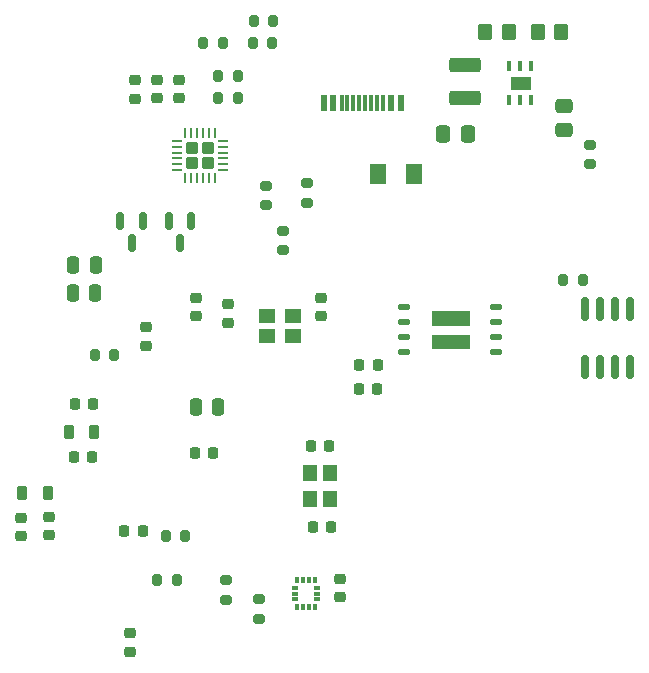
<source format=gbr>
%TF.GenerationSoftware,KiCad,Pcbnew,7.0.1*%
%TF.CreationDate,2023-04-07T20:32:22+02:00*%
%TF.ProjectId,ESP32 S3 MCU Socket,45535033-3220-4533-9320-4d435520536f,rev?*%
%TF.SameCoordinates,Original*%
%TF.FileFunction,Paste,Top*%
%TF.FilePolarity,Positive*%
%FSLAX46Y46*%
G04 Gerber Fmt 4.6, Leading zero omitted, Abs format (unit mm)*
G04 Created by KiCad (PCBNEW 7.0.1) date 2023-04-07 20:32:22*
%MOMM*%
%LPD*%
G01*
G04 APERTURE LIST*
G04 Aperture macros list*
%AMRoundRect*
0 Rectangle with rounded corners*
0 $1 Rounding radius*
0 $2 $3 $4 $5 $6 $7 $8 $9 X,Y pos of 4 corners*
0 Add a 4 corners polygon primitive as box body*
4,1,4,$2,$3,$4,$5,$6,$7,$8,$9,$2,$3,0*
0 Add four circle primitives for the rounded corners*
1,1,$1+$1,$2,$3*
1,1,$1+$1,$4,$5*
1,1,$1+$1,$6,$7*
1,1,$1+$1,$8,$9*
0 Add four rect primitives between the rounded corners*
20,1,$1+$1,$2,$3,$4,$5,0*
20,1,$1+$1,$4,$5,$6,$7,0*
20,1,$1+$1,$6,$7,$8,$9,0*
20,1,$1+$1,$8,$9,$2,$3,0*%
G04 Aperture macros list end*
%ADD10C,0.010000*%
%ADD11RoundRect,0.200000X-0.275000X0.200000X-0.275000X-0.200000X0.275000X-0.200000X0.275000X0.200000X0*%
%ADD12RoundRect,0.200000X-0.200000X-0.275000X0.200000X-0.275000X0.200000X0.275000X-0.200000X0.275000X0*%
%ADD13RoundRect,0.200000X0.200000X0.275000X-0.200000X0.275000X-0.200000X-0.275000X0.200000X-0.275000X0*%
%ADD14RoundRect,0.225000X0.250000X-0.225000X0.250000X0.225000X-0.250000X0.225000X-0.250000X-0.225000X0*%
%ADD15RoundRect,0.225000X-0.250000X0.225000X-0.250000X-0.225000X0.250000X-0.225000X0.250000X0.225000X0*%
%ADD16RoundRect,0.066000X0.404000X0.154000X-0.404000X0.154000X-0.404000X-0.154000X0.404000X-0.154000X0*%
%ADD17RoundRect,0.225000X0.225000X0.250000X-0.225000X0.250000X-0.225000X-0.250000X0.225000X-0.250000X0*%
%ADD18RoundRect,0.250000X-0.350000X-0.450000X0.350000X-0.450000X0.350000X0.450000X-0.350000X0.450000X0*%
%ADD19RoundRect,0.250000X1.075000X-0.375000X1.075000X0.375000X-1.075000X0.375000X-1.075000X-0.375000X0*%
%ADD20RoundRect,0.250000X-0.275000X0.275000X-0.275000X-0.275000X0.275000X-0.275000X0.275000X0.275000X0*%
%ADD21RoundRect,0.062500X-0.062500X0.350000X-0.062500X-0.350000X0.062500X-0.350000X0.062500X0.350000X0*%
%ADD22RoundRect,0.062500X-0.350000X0.062500X-0.350000X-0.062500X0.350000X-0.062500X0.350000X0.062500X0*%
%ADD23R,1.200000X1.400000*%
%ADD24RoundRect,0.218750X-0.218750X-0.381250X0.218750X-0.381250X0.218750X0.381250X-0.218750X0.381250X0*%
%ADD25RoundRect,0.200000X0.275000X-0.200000X0.275000X0.200000X-0.275000X0.200000X-0.275000X-0.200000X0*%
%ADD26RoundRect,0.150000X0.150000X-0.825000X0.150000X0.825000X-0.150000X0.825000X-0.150000X-0.825000X0*%
%ADD27RoundRect,0.250000X0.250000X0.475000X-0.250000X0.475000X-0.250000X-0.475000X0.250000X-0.475000X0*%
%ADD28RoundRect,0.225000X-0.225000X-0.250000X0.225000X-0.250000X0.225000X0.250000X-0.225000X0.250000X0*%
%ADD29RoundRect,0.250000X-0.250000X-0.475000X0.250000X-0.475000X0.250000X0.475000X-0.250000X0.475000X0*%
%ADD30R,0.330000X0.580000*%
%ADD31R,0.580000X0.330000*%
%ADD32RoundRect,0.150000X-0.150000X0.587500X-0.150000X-0.587500X0.150000X-0.587500X0.150000X0.587500X0*%
%ADD33R,1.400000X1.200000*%
%ADD34R,0.420000X0.840000*%
%ADD35RoundRect,0.250000X0.475000X-0.337500X0.475000X0.337500X-0.475000X0.337500X-0.475000X-0.337500X0*%
%ADD36RoundRect,0.218750X0.218750X0.381250X-0.218750X0.381250X-0.218750X-0.381250X0.218750X-0.381250X0*%
%ADD37R,0.300000X1.450000*%
%ADD38R,0.600000X1.450000*%
%ADD39RoundRect,0.250001X0.462499X0.624999X-0.462499X0.624999X-0.462499X-0.624999X0.462499X-0.624999X0*%
%ADD40RoundRect,0.250000X0.337500X0.475000X-0.337500X0.475000X-0.337500X-0.475000X0.337500X-0.475000X0*%
G04 APERTURE END LIST*
%TO.C,ESP_FLASH3*%
D10*
X160230000Y-89990000D02*
X158630000Y-89990000D01*
X158630000Y-88840000D01*
X160230000Y-88840000D01*
X160230000Y-89990000D01*
G36*
X160230000Y-89990000D02*
G01*
X158630000Y-89990000D01*
X158630000Y-88840000D01*
X160230000Y-88840000D01*
X160230000Y-89990000D01*
G37*
X160230000Y-88020000D02*
X158630000Y-88020000D01*
X158630000Y-86870000D01*
X160230000Y-86870000D01*
X160230000Y-88020000D01*
G36*
X160230000Y-88020000D02*
G01*
X158630000Y-88020000D01*
X158630000Y-86870000D01*
X160230000Y-86870000D01*
X160230000Y-88020000D01*
G37*
X158710000Y-89990000D02*
X157110000Y-89990000D01*
X157110000Y-88840000D01*
X158710000Y-88840000D01*
X158710000Y-89990000D01*
G36*
X158710000Y-89990000D02*
G01*
X157110000Y-89990000D01*
X157110000Y-88840000D01*
X158710000Y-88840000D01*
X158710000Y-89990000D01*
G37*
X158710000Y-88020000D02*
X157110000Y-88020000D01*
X157110000Y-86870000D01*
X158710000Y-86870000D01*
X158710000Y-88020000D01*
G36*
X158710000Y-88020000D02*
G01*
X157110000Y-88020000D01*
X157110000Y-86870000D01*
X158710000Y-86870000D01*
X158710000Y-88020000D01*
G37*
%TO.C,AUR1*%
X165380569Y-68073466D02*
X163799431Y-68073466D01*
X163799431Y-67061534D01*
X165380569Y-67061534D01*
X165380569Y-68073466D01*
G36*
X165380569Y-68073466D02*
G01*
X163799431Y-68073466D01*
X163799431Y-67061534D01*
X165380569Y-67061534D01*
X165380569Y-68073466D01*
G37*
%TD*%
D11*
%TO.C,CH-RX-R1*%
X144480000Y-80055000D03*
X144480000Y-81705000D03*
%TD*%
D12*
%TO.C,USB_PLUG_R1*%
X141945000Y-64170000D03*
X143595000Y-64170000D03*
%TD*%
D13*
%TO.C,CH-D+-R1*%
X140675000Y-68780000D03*
X139025000Y-68780000D03*
%TD*%
D14*
%TO.C,E-Y1-C2*%
X147700000Y-87260000D03*
X147700000Y-85710000D03*
%TD*%
D12*
%TO.C,E-BOOT-DTR-R1*%
X134585000Y-105880000D03*
X136235000Y-105880000D03*
%TD*%
D15*
%TO.C,E-LNA-C2*%
X124680000Y-104295000D03*
X124680000Y-105845000D03*
%TD*%
D16*
%TO.C,ESP_FLASH3*%
X162565000Y-90335000D03*
X162565000Y-89065000D03*
X162565000Y-87795000D03*
X162565000Y-86525000D03*
X154775000Y-86525000D03*
X154775000Y-87795000D03*
X154775000Y-89065000D03*
X154775000Y-90335000D03*
%TD*%
D17*
%TO.C,E-VDD3-CPU-C1*%
X132635000Y-105450000D03*
X131085000Y-105450000D03*
%TD*%
%TO.C,E-Y2-C1*%
X148605000Y-105130000D03*
X147055000Y-105130000D03*
%TD*%
D18*
%TO.C,AUR_R1*%
X166080000Y-63237500D03*
X168080000Y-63237500D03*
%TD*%
D14*
%TO.C,E-Y1-C1*%
X139850000Y-87820000D03*
X139850000Y-86270000D03*
%TD*%
D19*
%TO.C,AUR_l1*%
X159880000Y-68840000D03*
X159880000Y-66040000D03*
%TD*%
D13*
%TO.C,RGB_LED_R1*%
X135515000Y-109590000D03*
X133865000Y-109590000D03*
%TD*%
D20*
%TO.C,U1*%
X138120000Y-73022500D03*
X136820000Y-73022500D03*
X138120000Y-74322500D03*
X136820000Y-74322500D03*
D21*
X138720000Y-71735000D03*
X138220000Y-71735000D03*
X137720000Y-71735000D03*
X137220000Y-71735000D03*
X136720000Y-71735000D03*
X136220000Y-71735000D03*
D22*
X135532500Y-72422500D03*
X135532500Y-72922500D03*
X135532500Y-73422500D03*
X135532500Y-73922500D03*
X135532500Y-74422500D03*
X135532500Y-74922500D03*
D21*
X136220000Y-75610000D03*
X136720000Y-75610000D03*
X137220000Y-75610000D03*
X137720000Y-75610000D03*
X138220000Y-75610000D03*
X138720000Y-75610000D03*
D22*
X139407500Y-74922500D03*
X139407500Y-74422500D03*
X139407500Y-73922500D03*
X139407500Y-73422500D03*
X139407500Y-72922500D03*
X139407500Y-72422500D03*
%TD*%
D12*
%TO.C,USB_PLUG_R2*%
X137765000Y-64150000D03*
X139415000Y-64150000D03*
%TD*%
%TO.C,PSR1*%
X168245000Y-84240000D03*
X169895000Y-84240000D03*
%TD*%
D23*
%TO.C,E-40MHZ-Y2*%
X146820000Y-100590000D03*
X146820000Y-102790000D03*
X148520000Y-102790000D03*
X148520000Y-100590000D03*
%TD*%
D14*
%TO.C,CH-V3-C1*%
X133840000Y-68835000D03*
X133840000Y-67285000D03*
%TD*%
D11*
%TO.C,CH-TX-R1*%
X146570000Y-76035000D03*
X146570000Y-77685000D03*
%TD*%
D24*
%TO.C,E-LNA-L1*%
X122447500Y-102220000D03*
X124572500Y-102220000D03*
%TD*%
D25*
%TO.C,I2C_SCL_R1*%
X139660000Y-111285000D03*
X139660000Y-109635000D03*
%TD*%
D14*
%TO.C,CH-VIO-C1*%
X135700000Y-68825000D03*
X135700000Y-67275000D03*
%TD*%
D26*
%TO.C,EPS1*%
X170090000Y-91610000D03*
X171360000Y-91610000D03*
X172630000Y-91610000D03*
X173900000Y-91610000D03*
X173900000Y-86660000D03*
X172630000Y-86660000D03*
X171360000Y-86660000D03*
X170090000Y-86660000D03*
%TD*%
D27*
%TO.C,E-VDDA-C2*%
X139000000Y-94930000D03*
X137100000Y-94930000D03*
%TD*%
D28*
%TO.C,E-VDD3-C2*%
X126785000Y-99160000D03*
X128335000Y-99160000D03*
%TD*%
D11*
%TO.C,AUR-LED-R1*%
X170510000Y-72775000D03*
X170510000Y-74425000D03*
%TD*%
D29*
%TO.C,E-C2*%
X126750000Y-82950000D03*
X128650000Y-82950000D03*
%TD*%
D11*
%TO.C,E-TXD0-R1*%
X143060000Y-76245000D03*
X143060000Y-77895000D03*
%TD*%
D13*
%TO.C,CH-D-R2*%
X140675000Y-66960000D03*
X139025000Y-66960000D03*
%TD*%
D30*
%TO.C,IMU1*%
X145705000Y-111935000D03*
X146205000Y-111935000D03*
X146705000Y-111935000D03*
X147205000Y-111935000D03*
D31*
X147380000Y-111260000D03*
X147380000Y-110760000D03*
X147380000Y-110260000D03*
D30*
X147205000Y-109585000D03*
X146705000Y-109585000D03*
X146205000Y-109585000D03*
X145705000Y-109585000D03*
D31*
X145530000Y-110260000D03*
X145530000Y-110760000D03*
X145530000Y-111260000D03*
%TD*%
D32*
%TO.C,CH-DTR-BSS1*%
X136730000Y-79210000D03*
X134830000Y-79210000D03*
X135780000Y-81085000D03*
%TD*%
D15*
%TO.C,IMU_C1*%
X149370000Y-109545000D03*
X149370000Y-111095000D03*
%TD*%
%TO.C,E-LNA-C1*%
X122330000Y-104325000D03*
X122330000Y-105875000D03*
%TD*%
D17*
%TO.C,E-VDDA-C1*%
X138565000Y-98850000D03*
X137015000Y-98850000D03*
%TD*%
D32*
%TO.C,CH-RTS-BSS1*%
X132637500Y-79232500D03*
X130737500Y-79232500D03*
X131687500Y-81107500D03*
%TD*%
D33*
%TO.C,E-32MHZ-Y1*%
X143140000Y-88990000D03*
X145340000Y-88990000D03*
X145340000Y-87290000D03*
X143140000Y-87290000D03*
%TD*%
D15*
%TO.C,ATH20_C1*%
X131560000Y-114130000D03*
X131560000Y-115680000D03*
%TD*%
D14*
%TO.C,E-VDD3-RTC-C1*%
X137160000Y-87295000D03*
X137160000Y-85745000D03*
%TD*%
D28*
%TO.C,E-VDD3-C1*%
X126875000Y-94720000D03*
X128425000Y-94720000D03*
%TD*%
D34*
%TO.C,AUR1*%
X165540000Y-66132500D03*
X164590000Y-66132500D03*
X163640000Y-66132500D03*
X163640000Y-69002500D03*
X164590000Y-69002500D03*
X165540000Y-69002500D03*
%TD*%
D35*
%TO.C,AUR_C2*%
X168270000Y-71517500D03*
X168270000Y-69442500D03*
%TD*%
D28*
%TO.C,E-VDD-SPI-C2*%
X150965000Y-91440000D03*
X152515000Y-91440000D03*
%TD*%
D15*
%TO.C,E-RST-EN-C1*%
X132940000Y-88230000D03*
X132940000Y-89780000D03*
%TD*%
D36*
%TO.C,E-VDD3-L1*%
X128502500Y-97110000D03*
X126377500Y-97110000D03*
%TD*%
D18*
%TO.C,AUR_R2*%
X161650000Y-63217500D03*
X163650000Y-63217500D03*
%TD*%
D37*
%TO.C,J1*%
X152460000Y-69225000D03*
X151460000Y-69225000D03*
X150960000Y-69225000D03*
X149960000Y-69225000D03*
D38*
X147960000Y-69225000D03*
X148760000Y-69225000D03*
D37*
X149460000Y-69225000D03*
X150460000Y-69225000D03*
X151960000Y-69225000D03*
X152960000Y-69225000D03*
D38*
X153660000Y-69225000D03*
X154460000Y-69225000D03*
%TD*%
D13*
%TO.C,USB_PLYG_R1*%
X143665000Y-62310000D03*
X142015000Y-62310000D03*
%TD*%
D14*
%TO.C,CH-VBUS-C2*%
X131990000Y-68855000D03*
X131990000Y-67305000D03*
%TD*%
D11*
%TO.C,I2C_SDA_R1*%
X142450000Y-111260000D03*
X142450000Y-112910000D03*
%TD*%
D39*
%TO.C,PWR_FUSE1*%
X155557500Y-75280000D03*
X152582500Y-75280000D03*
%TD*%
D28*
%TO.C,E-VDD-SPI-C1*%
X150935000Y-93480000D03*
X152485000Y-93480000D03*
%TD*%
%TO.C,E-Y2-C2*%
X146855000Y-98250000D03*
X148405000Y-98250000D03*
%TD*%
D29*
%TO.C,E-C1*%
X126700000Y-85310000D03*
X128600000Y-85310000D03*
%TD*%
D40*
%TO.C,AUR_C1*%
X160127500Y-71830000D03*
X158052500Y-71830000D03*
%TD*%
D12*
%TO.C,E-RST-EN-R1*%
X128585000Y-90550000D03*
X130235000Y-90550000D03*
%TD*%
M02*

</source>
